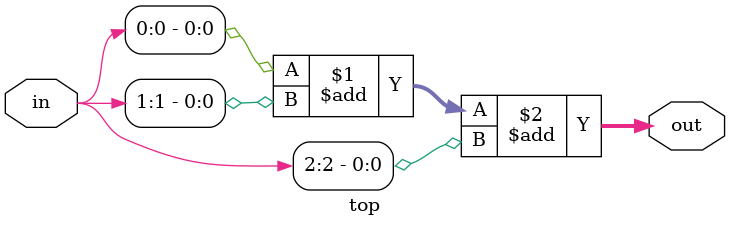
<source format=sv>
module top (
	input [2:0] in,
	output [1:0] out
);

	assign out = in[0] + in[1] + in[2];

endmodule

</source>
